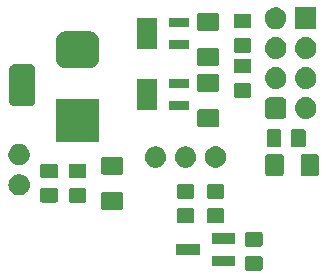
<source format=gbr>
G04 #@! TF.GenerationSoftware,KiCad,Pcbnew,(5.0.2-5)-5*
G04 #@! TF.CreationDate,2019-03-18T15:48:25+01:00*
G04 #@! TF.ProjectId,coffee-notification-button,636f6666-6565-42d6-9e6f-746966696361,00001*
G04 #@! TF.SameCoordinates,Original*
G04 #@! TF.FileFunction,Soldermask,Top*
G04 #@! TF.FilePolarity,Negative*
%FSLAX46Y46*%
G04 Gerber Fmt 4.6, Leading zero omitted, Abs format (unit mm)*
G04 Created by KiCad (PCBNEW (5.0.2-5)-5) date 2019 March 18, Monday 15:48:25*
%MOMM*%
%LPD*%
G01*
G04 APERTURE LIST*
%ADD10C,0.100000*%
G04 APERTURE END LIST*
D10*
G36*
X126877385Y-107646158D02*
X126915072Y-107657591D01*
X126949811Y-107676159D01*
X126980256Y-107701145D01*
X127005242Y-107731590D01*
X127023810Y-107766329D01*
X127035243Y-107804016D01*
X127039708Y-107849354D01*
X127039708Y-108686032D01*
X127035243Y-108731370D01*
X127023810Y-108769057D01*
X127005242Y-108803796D01*
X126980256Y-108834241D01*
X126949811Y-108859227D01*
X126915072Y-108877795D01*
X126877385Y-108889228D01*
X126832047Y-108893693D01*
X125745369Y-108893693D01*
X125700031Y-108889228D01*
X125662344Y-108877795D01*
X125627605Y-108859227D01*
X125597160Y-108834241D01*
X125572174Y-108803796D01*
X125553606Y-108769057D01*
X125542173Y-108731370D01*
X125537708Y-108686032D01*
X125537708Y-107849354D01*
X125542173Y-107804016D01*
X125553606Y-107766329D01*
X125572174Y-107731590D01*
X125597160Y-107701145D01*
X125627605Y-107676159D01*
X125662344Y-107657591D01*
X125700031Y-107646158D01*
X125745369Y-107641693D01*
X126832047Y-107641693D01*
X126877385Y-107646158D01*
X126877385Y-107646158D01*
G37*
G36*
X124725708Y-108516693D02*
X122723708Y-108516693D01*
X122723708Y-107614693D01*
X124725708Y-107614693D01*
X124725708Y-108516693D01*
X124725708Y-108516693D01*
G37*
G36*
X121725708Y-107566693D02*
X119723708Y-107566693D01*
X119723708Y-106664693D01*
X121725708Y-106664693D01*
X121725708Y-107566693D01*
X121725708Y-107566693D01*
G37*
G36*
X126877385Y-105596158D02*
X126915072Y-105607591D01*
X126949811Y-105626159D01*
X126980256Y-105651145D01*
X127005242Y-105681590D01*
X127023810Y-105716329D01*
X127035243Y-105754016D01*
X127039708Y-105799354D01*
X127039708Y-106636032D01*
X127035243Y-106681370D01*
X127023810Y-106719057D01*
X127005242Y-106753796D01*
X126980256Y-106784241D01*
X126949811Y-106809227D01*
X126915072Y-106827795D01*
X126877385Y-106839228D01*
X126832047Y-106843693D01*
X125745369Y-106843693D01*
X125700031Y-106839228D01*
X125662344Y-106827795D01*
X125627605Y-106809227D01*
X125597160Y-106784241D01*
X125572174Y-106753796D01*
X125553606Y-106719057D01*
X125542173Y-106681370D01*
X125537708Y-106636032D01*
X125537708Y-105799354D01*
X125542173Y-105754016D01*
X125553606Y-105716329D01*
X125572174Y-105681590D01*
X125597160Y-105651145D01*
X125627605Y-105626159D01*
X125662344Y-105607591D01*
X125700031Y-105596158D01*
X125745369Y-105591693D01*
X126832047Y-105591693D01*
X126877385Y-105596158D01*
X126877385Y-105596158D01*
G37*
G36*
X124725708Y-106616693D02*
X122723708Y-106616693D01*
X122723708Y-105714693D01*
X124725708Y-105714693D01*
X124725708Y-106616693D01*
X124725708Y-106616693D01*
G37*
G36*
X121106642Y-103600037D02*
X121144329Y-103611470D01*
X121179068Y-103630038D01*
X121209513Y-103655024D01*
X121234499Y-103685469D01*
X121253067Y-103720208D01*
X121264500Y-103757895D01*
X121268965Y-103803233D01*
X121268965Y-104639911D01*
X121264500Y-104685249D01*
X121253067Y-104722936D01*
X121234499Y-104757675D01*
X121209513Y-104788120D01*
X121179068Y-104813106D01*
X121144329Y-104831674D01*
X121106642Y-104843107D01*
X121061304Y-104847572D01*
X119974626Y-104847572D01*
X119929288Y-104843107D01*
X119891601Y-104831674D01*
X119856862Y-104813106D01*
X119826417Y-104788120D01*
X119801431Y-104757675D01*
X119782863Y-104722936D01*
X119771430Y-104685249D01*
X119766965Y-104639911D01*
X119766965Y-103803233D01*
X119771430Y-103757895D01*
X119782863Y-103720208D01*
X119801431Y-103685469D01*
X119826417Y-103655024D01*
X119856862Y-103630038D01*
X119891601Y-103611470D01*
X119929288Y-103600037D01*
X119974626Y-103595572D01*
X121061304Y-103595572D01*
X121106642Y-103600037D01*
X121106642Y-103600037D01*
G37*
G36*
X123646642Y-103600037D02*
X123684329Y-103611470D01*
X123719068Y-103630038D01*
X123749513Y-103655024D01*
X123774499Y-103685469D01*
X123793067Y-103720208D01*
X123804500Y-103757895D01*
X123808965Y-103803233D01*
X123808965Y-104639911D01*
X123804500Y-104685249D01*
X123793067Y-104722936D01*
X123774499Y-104757675D01*
X123749513Y-104788120D01*
X123719068Y-104813106D01*
X123684329Y-104831674D01*
X123646642Y-104843107D01*
X123601304Y-104847572D01*
X122514626Y-104847572D01*
X122469288Y-104843107D01*
X122431601Y-104831674D01*
X122396862Y-104813106D01*
X122366417Y-104788120D01*
X122341431Y-104757675D01*
X122322863Y-104722936D01*
X122311430Y-104685249D01*
X122306965Y-104639911D01*
X122306965Y-103803233D01*
X122311430Y-103757895D01*
X122322863Y-103720208D01*
X122341431Y-103685469D01*
X122366417Y-103655024D01*
X122396862Y-103630038D01*
X122431601Y-103611470D01*
X122469288Y-103600037D01*
X122514626Y-103595572D01*
X123601304Y-103595572D01*
X123646642Y-103600037D01*
X123646642Y-103600037D01*
G37*
G36*
X115075562Y-102201181D02*
X115110477Y-102211773D01*
X115142665Y-102228978D01*
X115170873Y-102252127D01*
X115194022Y-102280335D01*
X115211227Y-102312523D01*
X115221819Y-102347438D01*
X115226000Y-102389895D01*
X115226000Y-103531105D01*
X115221819Y-103573562D01*
X115211227Y-103608477D01*
X115194022Y-103640665D01*
X115170873Y-103668873D01*
X115142665Y-103692022D01*
X115110477Y-103709227D01*
X115075562Y-103719819D01*
X115033105Y-103724000D01*
X113566895Y-103724000D01*
X113524438Y-103719819D01*
X113489523Y-103709227D01*
X113457335Y-103692022D01*
X113429127Y-103668873D01*
X113405978Y-103640665D01*
X113388773Y-103608477D01*
X113378181Y-103573562D01*
X113374000Y-103531105D01*
X113374000Y-102389895D01*
X113378181Y-102347438D01*
X113388773Y-102312523D01*
X113405978Y-102280335D01*
X113429127Y-102252127D01*
X113457335Y-102228978D01*
X113489523Y-102211773D01*
X113524438Y-102201181D01*
X113566895Y-102197000D01*
X115033105Y-102197000D01*
X115075562Y-102201181D01*
X115075562Y-102201181D01*
G37*
G36*
X109554677Y-101876465D02*
X109592364Y-101887898D01*
X109627103Y-101906466D01*
X109657548Y-101931452D01*
X109682534Y-101961897D01*
X109701102Y-101996636D01*
X109712535Y-102034323D01*
X109717000Y-102079661D01*
X109717000Y-102916339D01*
X109712535Y-102961677D01*
X109701102Y-102999364D01*
X109682534Y-103034103D01*
X109657548Y-103064548D01*
X109627103Y-103089534D01*
X109592364Y-103108102D01*
X109554677Y-103119535D01*
X109509339Y-103124000D01*
X108422661Y-103124000D01*
X108377323Y-103119535D01*
X108339636Y-103108102D01*
X108304897Y-103089534D01*
X108274452Y-103064548D01*
X108249466Y-103034103D01*
X108230898Y-102999364D01*
X108219465Y-102961677D01*
X108215000Y-102916339D01*
X108215000Y-102079661D01*
X108219465Y-102034323D01*
X108230898Y-101996636D01*
X108249466Y-101961897D01*
X108274452Y-101931452D01*
X108304897Y-101906466D01*
X108339636Y-101887898D01*
X108377323Y-101876465D01*
X108422661Y-101872000D01*
X109509339Y-101872000D01*
X109554677Y-101876465D01*
X109554677Y-101876465D01*
G37*
G36*
X111967677Y-101876465D02*
X112005364Y-101887898D01*
X112040103Y-101906466D01*
X112070548Y-101931452D01*
X112095534Y-101961897D01*
X112114102Y-101996636D01*
X112125535Y-102034323D01*
X112130000Y-102079661D01*
X112130000Y-102916339D01*
X112125535Y-102961677D01*
X112114102Y-102999364D01*
X112095534Y-103034103D01*
X112070548Y-103064548D01*
X112040103Y-103089534D01*
X112005364Y-103108102D01*
X111967677Y-103119535D01*
X111922339Y-103124000D01*
X110835661Y-103124000D01*
X110790323Y-103119535D01*
X110752636Y-103108102D01*
X110717897Y-103089534D01*
X110687452Y-103064548D01*
X110662466Y-103034103D01*
X110643898Y-102999364D01*
X110632465Y-102961677D01*
X110628000Y-102916339D01*
X110628000Y-102079661D01*
X110632465Y-102034323D01*
X110643898Y-101996636D01*
X110662466Y-101961897D01*
X110687452Y-101931452D01*
X110717897Y-101906466D01*
X110752636Y-101887898D01*
X110790323Y-101876465D01*
X110835661Y-101872000D01*
X111922339Y-101872000D01*
X111967677Y-101876465D01*
X111967677Y-101876465D01*
G37*
G36*
X121106642Y-101550037D02*
X121144329Y-101561470D01*
X121179068Y-101580038D01*
X121209513Y-101605024D01*
X121234499Y-101635469D01*
X121253067Y-101670208D01*
X121264500Y-101707895D01*
X121268965Y-101753233D01*
X121268965Y-102589911D01*
X121264500Y-102635249D01*
X121253067Y-102672936D01*
X121234499Y-102707675D01*
X121209513Y-102738120D01*
X121179068Y-102763106D01*
X121144329Y-102781674D01*
X121106642Y-102793107D01*
X121061304Y-102797572D01*
X119974626Y-102797572D01*
X119929288Y-102793107D01*
X119891601Y-102781674D01*
X119856862Y-102763106D01*
X119826417Y-102738120D01*
X119801431Y-102707675D01*
X119782863Y-102672936D01*
X119771430Y-102635249D01*
X119766965Y-102589911D01*
X119766965Y-101753233D01*
X119771430Y-101707895D01*
X119782863Y-101670208D01*
X119801431Y-101635469D01*
X119826417Y-101605024D01*
X119856862Y-101580038D01*
X119891601Y-101561470D01*
X119929288Y-101550037D01*
X119974626Y-101545572D01*
X121061304Y-101545572D01*
X121106642Y-101550037D01*
X121106642Y-101550037D01*
G37*
G36*
X123646642Y-101550037D02*
X123684329Y-101561470D01*
X123719068Y-101580038D01*
X123749513Y-101605024D01*
X123774499Y-101635469D01*
X123793067Y-101670208D01*
X123804500Y-101707895D01*
X123808965Y-101753233D01*
X123808965Y-102589911D01*
X123804500Y-102635249D01*
X123793067Y-102672936D01*
X123774499Y-102707675D01*
X123749513Y-102738120D01*
X123719068Y-102763106D01*
X123684329Y-102781674D01*
X123646642Y-102793107D01*
X123601304Y-102797572D01*
X122514626Y-102797572D01*
X122469288Y-102793107D01*
X122431601Y-102781674D01*
X122396862Y-102763106D01*
X122366417Y-102738120D01*
X122341431Y-102707675D01*
X122322863Y-102672936D01*
X122311430Y-102635249D01*
X122306965Y-102589911D01*
X122306965Y-101753233D01*
X122311430Y-101707895D01*
X122322863Y-101670208D01*
X122341431Y-101635469D01*
X122366417Y-101605024D01*
X122396862Y-101580038D01*
X122431601Y-101561470D01*
X122469288Y-101550037D01*
X122514626Y-101545572D01*
X123601304Y-101545572D01*
X123646642Y-101550037D01*
X123646642Y-101550037D01*
G37*
G36*
X106519522Y-100703852D02*
X106602627Y-100712037D01*
X106707507Y-100743852D01*
X106772467Y-100763557D01*
X106844064Y-100801827D01*
X106928991Y-100847222D01*
X106957744Y-100870819D01*
X107066186Y-100959814D01*
X107142892Y-101053282D01*
X107178778Y-101097009D01*
X107178779Y-101097011D01*
X107262443Y-101253533D01*
X107262443Y-101253534D01*
X107313963Y-101423373D01*
X107331359Y-101600000D01*
X107313963Y-101776627D01*
X107283445Y-101877230D01*
X107262443Y-101946467D01*
X107215482Y-102034323D01*
X107178778Y-102102991D01*
X107149448Y-102138729D01*
X107066186Y-102240186D01*
X106964729Y-102323448D01*
X106928991Y-102352778D01*
X106928989Y-102352779D01*
X106772467Y-102436443D01*
X106715853Y-102453616D01*
X106602627Y-102487963D01*
X106536442Y-102494482D01*
X106470260Y-102501000D01*
X106381740Y-102501000D01*
X106315558Y-102494482D01*
X106249373Y-102487963D01*
X106136147Y-102453616D01*
X106079533Y-102436443D01*
X105923011Y-102352779D01*
X105923009Y-102352778D01*
X105887271Y-102323448D01*
X105785814Y-102240186D01*
X105702552Y-102138729D01*
X105673222Y-102102991D01*
X105636518Y-102034323D01*
X105589557Y-101946467D01*
X105568555Y-101877230D01*
X105538037Y-101776627D01*
X105520641Y-101600000D01*
X105538037Y-101423373D01*
X105589557Y-101253534D01*
X105589557Y-101253533D01*
X105673221Y-101097011D01*
X105673222Y-101097009D01*
X105709108Y-101053282D01*
X105785814Y-100959814D01*
X105894256Y-100870819D01*
X105923009Y-100847222D01*
X106007936Y-100801827D01*
X106079533Y-100763557D01*
X106144493Y-100743852D01*
X106249373Y-100712037D01*
X106332478Y-100703852D01*
X106381740Y-100699000D01*
X106470260Y-100699000D01*
X106519522Y-100703852D01*
X106519522Y-100703852D01*
G37*
G36*
X111967677Y-99826465D02*
X112005364Y-99837898D01*
X112040103Y-99856466D01*
X112070548Y-99881452D01*
X112095534Y-99911897D01*
X112114102Y-99946636D01*
X112125535Y-99984323D01*
X112130000Y-100029661D01*
X112130000Y-100866339D01*
X112125535Y-100911677D01*
X112114102Y-100949364D01*
X112095534Y-100984103D01*
X112070548Y-101014548D01*
X112040103Y-101039534D01*
X112005364Y-101058102D01*
X111967677Y-101069535D01*
X111922339Y-101074000D01*
X110835661Y-101074000D01*
X110790323Y-101069535D01*
X110752636Y-101058102D01*
X110717897Y-101039534D01*
X110687452Y-101014548D01*
X110662466Y-100984103D01*
X110643898Y-100949364D01*
X110632465Y-100911677D01*
X110628000Y-100866339D01*
X110628000Y-100029661D01*
X110632465Y-99984323D01*
X110643898Y-99946636D01*
X110662466Y-99911897D01*
X110687452Y-99881452D01*
X110717897Y-99856466D01*
X110752636Y-99837898D01*
X110790323Y-99826465D01*
X110835661Y-99822000D01*
X111922339Y-99822000D01*
X111967677Y-99826465D01*
X111967677Y-99826465D01*
G37*
G36*
X109554677Y-99826465D02*
X109592364Y-99837898D01*
X109627103Y-99856466D01*
X109657548Y-99881452D01*
X109682534Y-99911897D01*
X109701102Y-99946636D01*
X109712535Y-99984323D01*
X109717000Y-100029661D01*
X109717000Y-100866339D01*
X109712535Y-100911677D01*
X109701102Y-100949364D01*
X109682534Y-100984103D01*
X109657548Y-101014548D01*
X109627103Y-101039534D01*
X109592364Y-101058102D01*
X109554677Y-101069535D01*
X109509339Y-101074000D01*
X108422661Y-101074000D01*
X108377323Y-101069535D01*
X108339636Y-101058102D01*
X108304897Y-101039534D01*
X108274452Y-101014548D01*
X108249466Y-100984103D01*
X108230898Y-100949364D01*
X108219465Y-100911677D01*
X108215000Y-100866339D01*
X108215000Y-100029661D01*
X108219465Y-99984323D01*
X108230898Y-99946636D01*
X108249466Y-99911897D01*
X108274452Y-99881452D01*
X108304897Y-99856466D01*
X108339636Y-99837898D01*
X108377323Y-99826465D01*
X108422661Y-99822000D01*
X109509339Y-99822000D01*
X109554677Y-99826465D01*
X109554677Y-99826465D01*
G37*
G36*
X128665562Y-99027181D02*
X128700477Y-99037773D01*
X128732665Y-99054978D01*
X128760873Y-99078127D01*
X128784022Y-99106335D01*
X128801227Y-99138523D01*
X128811819Y-99173438D01*
X128816000Y-99215895D01*
X128816000Y-100682105D01*
X128811819Y-100724562D01*
X128801227Y-100759477D01*
X128784022Y-100791665D01*
X128760873Y-100819873D01*
X128732665Y-100843022D01*
X128700477Y-100860227D01*
X128665562Y-100870819D01*
X128623105Y-100875000D01*
X127481895Y-100875000D01*
X127439438Y-100870819D01*
X127404523Y-100860227D01*
X127372335Y-100843022D01*
X127344127Y-100819873D01*
X127320978Y-100791665D01*
X127303773Y-100759477D01*
X127293181Y-100724562D01*
X127289000Y-100682105D01*
X127289000Y-99215895D01*
X127293181Y-99173438D01*
X127303773Y-99138523D01*
X127320978Y-99106335D01*
X127344127Y-99078127D01*
X127372335Y-99054978D01*
X127404523Y-99037773D01*
X127439438Y-99027181D01*
X127481895Y-99023000D01*
X128623105Y-99023000D01*
X128665562Y-99027181D01*
X128665562Y-99027181D01*
G37*
G36*
X131640562Y-99027181D02*
X131675477Y-99037773D01*
X131707665Y-99054978D01*
X131735873Y-99078127D01*
X131759022Y-99106335D01*
X131776227Y-99138523D01*
X131786819Y-99173438D01*
X131791000Y-99215895D01*
X131791000Y-100682105D01*
X131786819Y-100724562D01*
X131776227Y-100759477D01*
X131759022Y-100791665D01*
X131735873Y-100819873D01*
X131707665Y-100843022D01*
X131675477Y-100860227D01*
X131640562Y-100870819D01*
X131598105Y-100875000D01*
X130456895Y-100875000D01*
X130414438Y-100870819D01*
X130379523Y-100860227D01*
X130347335Y-100843022D01*
X130319127Y-100819873D01*
X130295978Y-100791665D01*
X130278773Y-100759477D01*
X130268181Y-100724562D01*
X130264000Y-100682105D01*
X130264000Y-99215895D01*
X130268181Y-99173438D01*
X130278773Y-99138523D01*
X130295978Y-99106335D01*
X130319127Y-99078127D01*
X130347335Y-99054978D01*
X130379523Y-99037773D01*
X130414438Y-99027181D01*
X130456895Y-99023000D01*
X131598105Y-99023000D01*
X131640562Y-99027181D01*
X131640562Y-99027181D01*
G37*
G36*
X115075562Y-99226181D02*
X115110477Y-99236773D01*
X115142665Y-99253978D01*
X115170873Y-99277127D01*
X115194022Y-99305335D01*
X115211227Y-99337523D01*
X115221819Y-99372438D01*
X115226000Y-99414895D01*
X115226000Y-100556105D01*
X115221819Y-100598562D01*
X115211227Y-100633477D01*
X115194022Y-100665665D01*
X115170873Y-100693873D01*
X115142665Y-100717022D01*
X115110477Y-100734227D01*
X115075562Y-100744819D01*
X115033105Y-100749000D01*
X113566895Y-100749000D01*
X113524438Y-100744819D01*
X113489523Y-100734227D01*
X113457335Y-100717022D01*
X113429127Y-100693873D01*
X113405978Y-100665665D01*
X113388773Y-100633477D01*
X113378181Y-100598562D01*
X113374000Y-100556105D01*
X113374000Y-99414895D01*
X113378181Y-99372438D01*
X113388773Y-99337523D01*
X113405978Y-99305335D01*
X113429127Y-99277127D01*
X113457335Y-99253978D01*
X113489523Y-99236773D01*
X113524438Y-99226181D01*
X113566895Y-99222000D01*
X115033105Y-99222000D01*
X115075562Y-99226181D01*
X115075562Y-99226181D01*
G37*
G36*
X120628408Y-98365091D02*
X120694592Y-98371609D01*
X120807818Y-98405956D01*
X120864432Y-98423129D01*
X120981386Y-98485643D01*
X121020956Y-98506794D01*
X121056694Y-98536124D01*
X121158151Y-98619386D01*
X121241413Y-98720843D01*
X121270743Y-98756581D01*
X121270744Y-98756583D01*
X121354408Y-98913105D01*
X121354408Y-98913106D01*
X121405928Y-99082945D01*
X121423324Y-99259572D01*
X121405928Y-99436199D01*
X121379784Y-99522384D01*
X121354408Y-99606039D01*
X121339273Y-99634354D01*
X121270743Y-99762563D01*
X121241413Y-99798301D01*
X121158151Y-99899758D01*
X121085445Y-99959425D01*
X121020956Y-100012350D01*
X121020954Y-100012351D01*
X120864432Y-100096015D01*
X120807818Y-100113188D01*
X120694592Y-100147535D01*
X120628407Y-100154054D01*
X120562225Y-100160572D01*
X120473705Y-100160572D01*
X120407522Y-100154053D01*
X120341338Y-100147535D01*
X120228112Y-100113188D01*
X120171498Y-100096015D01*
X120014976Y-100012351D01*
X120014974Y-100012350D01*
X119950485Y-99959425D01*
X119877779Y-99899758D01*
X119794517Y-99798301D01*
X119765187Y-99762563D01*
X119696657Y-99634354D01*
X119681522Y-99606039D01*
X119656146Y-99522384D01*
X119630002Y-99436199D01*
X119612606Y-99259572D01*
X119630002Y-99082945D01*
X119681522Y-98913106D01*
X119681522Y-98913105D01*
X119765186Y-98756583D01*
X119765187Y-98756581D01*
X119794517Y-98720843D01*
X119877779Y-98619386D01*
X119979236Y-98536124D01*
X120014974Y-98506794D01*
X120054544Y-98485643D01*
X120171498Y-98423129D01*
X120228112Y-98405956D01*
X120341338Y-98371609D01*
X120407522Y-98365091D01*
X120473705Y-98358572D01*
X120562225Y-98358572D01*
X120628408Y-98365091D01*
X120628408Y-98365091D01*
G37*
G36*
X123320777Y-98393196D02*
X123484749Y-98461116D01*
X123632319Y-98559719D01*
X123757818Y-98685218D01*
X123856421Y-98832788D01*
X123924341Y-98996760D01*
X123958965Y-99170831D01*
X123958965Y-99348313D01*
X123924341Y-99522384D01*
X123856421Y-99686356D01*
X123757818Y-99833926D01*
X123632319Y-99959425D01*
X123484749Y-100058028D01*
X123320777Y-100125948D01*
X123146706Y-100160572D01*
X122969224Y-100160572D01*
X122795153Y-100125948D01*
X122631181Y-100058028D01*
X122483611Y-99959425D01*
X122358112Y-99833926D01*
X122259509Y-99686356D01*
X122191589Y-99522384D01*
X122156965Y-99348313D01*
X122156965Y-99170831D01*
X122191589Y-98996760D01*
X122259509Y-98832788D01*
X122358112Y-98685218D01*
X122483611Y-98559719D01*
X122631181Y-98461116D01*
X122795153Y-98393196D01*
X122969224Y-98358572D01*
X123146706Y-98358572D01*
X123320777Y-98393196D01*
X123320777Y-98393196D01*
G37*
G36*
X118088408Y-98365091D02*
X118154592Y-98371609D01*
X118267818Y-98405956D01*
X118324432Y-98423129D01*
X118441386Y-98485643D01*
X118480956Y-98506794D01*
X118516694Y-98536124D01*
X118618151Y-98619386D01*
X118701413Y-98720843D01*
X118730743Y-98756581D01*
X118730744Y-98756583D01*
X118814408Y-98913105D01*
X118814408Y-98913106D01*
X118865928Y-99082945D01*
X118883324Y-99259572D01*
X118865928Y-99436199D01*
X118839784Y-99522384D01*
X118814408Y-99606039D01*
X118799273Y-99634354D01*
X118730743Y-99762563D01*
X118701413Y-99798301D01*
X118618151Y-99899758D01*
X118545445Y-99959425D01*
X118480956Y-100012350D01*
X118480954Y-100012351D01*
X118324432Y-100096015D01*
X118267818Y-100113188D01*
X118154592Y-100147535D01*
X118088407Y-100154054D01*
X118022225Y-100160572D01*
X117933705Y-100160572D01*
X117867522Y-100154053D01*
X117801338Y-100147535D01*
X117688112Y-100113188D01*
X117631498Y-100096015D01*
X117474976Y-100012351D01*
X117474974Y-100012350D01*
X117410485Y-99959425D01*
X117337779Y-99899758D01*
X117254517Y-99798301D01*
X117225187Y-99762563D01*
X117156657Y-99634354D01*
X117141522Y-99606039D01*
X117116146Y-99522384D01*
X117090002Y-99436199D01*
X117072606Y-99259572D01*
X117090002Y-99082945D01*
X117141522Y-98913106D01*
X117141522Y-98913105D01*
X117225186Y-98756583D01*
X117225187Y-98756581D01*
X117254517Y-98720843D01*
X117337779Y-98619386D01*
X117439236Y-98536124D01*
X117474974Y-98506794D01*
X117514544Y-98485643D01*
X117631498Y-98423129D01*
X117688112Y-98405956D01*
X117801338Y-98371609D01*
X117867522Y-98365091D01*
X117933705Y-98358572D01*
X118022225Y-98358572D01*
X118088408Y-98365091D01*
X118088408Y-98365091D01*
G37*
G36*
X106688812Y-98193624D02*
X106852784Y-98261544D01*
X107000354Y-98360147D01*
X107125853Y-98485646D01*
X107224456Y-98633216D01*
X107292376Y-98797188D01*
X107327000Y-98971259D01*
X107327000Y-99148741D01*
X107292376Y-99322812D01*
X107224456Y-99486784D01*
X107125853Y-99634354D01*
X107000354Y-99759853D01*
X106852784Y-99858456D01*
X106688812Y-99926376D01*
X106514741Y-99961000D01*
X106337259Y-99961000D01*
X106163188Y-99926376D01*
X105999216Y-99858456D01*
X105851646Y-99759853D01*
X105726147Y-99634354D01*
X105627544Y-99486784D01*
X105559624Y-99322812D01*
X105525000Y-99148741D01*
X105525000Y-98971259D01*
X105559624Y-98797188D01*
X105627544Y-98633216D01*
X105726147Y-98485646D01*
X105851646Y-98360147D01*
X105999216Y-98261544D01*
X106163188Y-98193624D01*
X106337259Y-98159000D01*
X106514741Y-98159000D01*
X106688812Y-98193624D01*
X106688812Y-98193624D01*
G37*
G36*
X128470677Y-96916465D02*
X128508364Y-96927898D01*
X128543103Y-96946466D01*
X128573548Y-96971452D01*
X128598534Y-97001897D01*
X128617102Y-97036636D01*
X128628535Y-97074323D01*
X128633000Y-97119661D01*
X128633000Y-98206339D01*
X128628535Y-98251677D01*
X128617102Y-98289364D01*
X128598534Y-98324103D01*
X128573548Y-98354548D01*
X128543103Y-98379534D01*
X128508364Y-98398102D01*
X128470677Y-98409535D01*
X128425339Y-98414000D01*
X127588661Y-98414000D01*
X127543323Y-98409535D01*
X127505636Y-98398102D01*
X127470897Y-98379534D01*
X127440452Y-98354548D01*
X127415466Y-98324103D01*
X127396898Y-98289364D01*
X127385465Y-98251677D01*
X127381000Y-98206339D01*
X127381000Y-97119661D01*
X127385465Y-97074323D01*
X127396898Y-97036636D01*
X127415466Y-97001897D01*
X127440452Y-96971452D01*
X127470897Y-96946466D01*
X127505636Y-96927898D01*
X127543323Y-96916465D01*
X127588661Y-96912000D01*
X128425339Y-96912000D01*
X128470677Y-96916465D01*
X128470677Y-96916465D01*
G37*
G36*
X130520677Y-96916465D02*
X130558364Y-96927898D01*
X130593103Y-96946466D01*
X130623548Y-96971452D01*
X130648534Y-97001897D01*
X130667102Y-97036636D01*
X130678535Y-97074323D01*
X130683000Y-97119661D01*
X130683000Y-98206339D01*
X130678535Y-98251677D01*
X130667102Y-98289364D01*
X130648534Y-98324103D01*
X130623548Y-98354548D01*
X130593103Y-98379534D01*
X130558364Y-98398102D01*
X130520677Y-98409535D01*
X130475339Y-98414000D01*
X129638661Y-98414000D01*
X129593323Y-98409535D01*
X129555636Y-98398102D01*
X129520897Y-98379534D01*
X129490452Y-98354548D01*
X129465466Y-98324103D01*
X129446898Y-98289364D01*
X129435465Y-98251677D01*
X129431000Y-98206339D01*
X129431000Y-97119661D01*
X129435465Y-97074323D01*
X129446898Y-97036636D01*
X129465466Y-97001897D01*
X129490452Y-96971452D01*
X129520897Y-96946466D01*
X129555636Y-96927898D01*
X129593323Y-96916465D01*
X129638661Y-96912000D01*
X130475339Y-96912000D01*
X130520677Y-96916465D01*
X130520677Y-96916465D01*
G37*
G36*
X113180000Y-97972000D02*
X109578000Y-97972000D01*
X109578000Y-94370000D01*
X113180000Y-94370000D01*
X113180000Y-97972000D01*
X113180000Y-97972000D01*
G37*
G36*
X123203562Y-95216181D02*
X123238477Y-95226773D01*
X123270665Y-95243978D01*
X123298873Y-95267127D01*
X123322022Y-95295335D01*
X123339227Y-95327523D01*
X123349819Y-95362438D01*
X123354000Y-95404895D01*
X123354000Y-96546105D01*
X123349819Y-96588562D01*
X123339227Y-96623477D01*
X123322022Y-96655665D01*
X123298873Y-96683873D01*
X123270665Y-96707022D01*
X123238477Y-96724227D01*
X123203562Y-96734819D01*
X123161105Y-96739000D01*
X121694895Y-96739000D01*
X121652438Y-96734819D01*
X121617523Y-96724227D01*
X121585335Y-96707022D01*
X121557127Y-96683873D01*
X121533978Y-96655665D01*
X121516773Y-96623477D01*
X121506181Y-96588562D01*
X121502000Y-96546105D01*
X121502000Y-95404895D01*
X121506181Y-95362438D01*
X121516773Y-95327523D01*
X121533978Y-95295335D01*
X121557127Y-95267127D01*
X121585335Y-95243978D01*
X121617523Y-95226773D01*
X121652438Y-95216181D01*
X121694895Y-95212000D01*
X123161105Y-95212000D01*
X123203562Y-95216181D01*
X123203562Y-95216181D01*
G37*
G36*
X128739702Y-94216579D02*
X128813653Y-94239011D01*
X128881804Y-94275439D01*
X128941538Y-94324462D01*
X128990561Y-94384196D01*
X129026989Y-94452347D01*
X129049421Y-94526298D01*
X129057600Y-94609340D01*
X129057600Y-95636660D01*
X129049421Y-95719702D01*
X129026989Y-95793653D01*
X128990561Y-95861804D01*
X128941538Y-95921538D01*
X128881804Y-95970561D01*
X128813653Y-96006989D01*
X128739702Y-96029421D01*
X128656660Y-96037600D01*
X127629340Y-96037600D01*
X127546298Y-96029421D01*
X127472347Y-96006989D01*
X127404196Y-95970561D01*
X127344462Y-95921538D01*
X127295439Y-95861804D01*
X127259011Y-95793653D01*
X127236579Y-95719702D01*
X127228400Y-95636660D01*
X127228400Y-94609340D01*
X127236579Y-94526298D01*
X127259011Y-94452347D01*
X127295439Y-94384196D01*
X127344462Y-94324462D01*
X127404196Y-94275439D01*
X127472347Y-94239011D01*
X127546298Y-94216579D01*
X127629340Y-94208400D01*
X128656660Y-94208400D01*
X128739702Y-94216579D01*
X128739702Y-94216579D01*
G37*
G36*
X130862294Y-94221633D02*
X131034694Y-94273931D01*
X131034696Y-94273932D01*
X131193583Y-94358859D01*
X131332849Y-94473151D01*
X131447141Y-94612417D01*
X131508569Y-94727341D01*
X131532069Y-94771306D01*
X131584367Y-94943706D01*
X131602025Y-95123000D01*
X131584367Y-95302294D01*
X131532069Y-95474694D01*
X131532068Y-95474696D01*
X131447141Y-95633583D01*
X131332849Y-95772849D01*
X131193583Y-95887141D01*
X131056280Y-95960531D01*
X131034694Y-95972069D01*
X130862294Y-96024367D01*
X130727931Y-96037600D01*
X130638069Y-96037600D01*
X130503706Y-96024367D01*
X130331306Y-95972069D01*
X130309720Y-95960531D01*
X130172417Y-95887141D01*
X130033151Y-95772849D01*
X129918859Y-95633583D01*
X129833932Y-95474696D01*
X129833931Y-95474694D01*
X129781633Y-95302294D01*
X129763975Y-95123000D01*
X129781633Y-94943706D01*
X129833931Y-94771306D01*
X129857431Y-94727341D01*
X129918859Y-94612417D01*
X130033151Y-94473151D01*
X130172417Y-94358859D01*
X130331304Y-94273932D01*
X130331306Y-94273931D01*
X130503706Y-94221633D01*
X130638069Y-94208400D01*
X130727931Y-94208400D01*
X130862294Y-94221633D01*
X130862294Y-94221633D01*
G37*
G36*
X118099000Y-95306000D02*
X116437000Y-95306000D01*
X116437000Y-92654000D01*
X118099000Y-92654000D01*
X118099000Y-95306000D01*
X118099000Y-95306000D01*
G37*
G36*
X120799000Y-95306000D02*
X119137000Y-95306000D01*
X119137000Y-94554000D01*
X120799000Y-94554000D01*
X120799000Y-95306000D01*
X120799000Y-95306000D01*
G37*
G36*
X107387084Y-91379970D02*
X107478522Y-91407707D01*
X107562779Y-91452743D01*
X107636640Y-91513360D01*
X107697257Y-91587221D01*
X107742293Y-91671478D01*
X107770030Y-91762916D01*
X107780000Y-91864141D01*
X107780000Y-94477859D01*
X107770030Y-94579084D01*
X107742293Y-94670522D01*
X107697257Y-94754779D01*
X107636640Y-94828640D01*
X107562779Y-94889257D01*
X107478522Y-94934293D01*
X107387084Y-94962030D01*
X107285859Y-94972000D01*
X106072141Y-94972000D01*
X105970916Y-94962030D01*
X105879478Y-94934293D01*
X105795221Y-94889257D01*
X105721360Y-94828640D01*
X105660743Y-94754779D01*
X105615707Y-94670522D01*
X105587970Y-94579084D01*
X105578000Y-94477859D01*
X105578000Y-91864141D01*
X105587970Y-91762916D01*
X105615707Y-91671478D01*
X105660743Y-91587221D01*
X105721360Y-91513360D01*
X105795221Y-91452743D01*
X105879478Y-91407707D01*
X105970916Y-91379970D01*
X106072141Y-91370000D01*
X107285859Y-91370000D01*
X107387084Y-91379970D01*
X107387084Y-91379970D01*
G37*
G36*
X125937677Y-92986465D02*
X125975364Y-92997898D01*
X126010103Y-93016466D01*
X126040548Y-93041452D01*
X126065534Y-93071897D01*
X126084102Y-93106636D01*
X126095535Y-93144323D01*
X126100000Y-93189661D01*
X126100000Y-94026339D01*
X126095535Y-94071677D01*
X126084102Y-94109364D01*
X126065534Y-94144103D01*
X126040548Y-94174548D01*
X126010103Y-94199534D01*
X125975364Y-94218102D01*
X125937677Y-94229535D01*
X125892339Y-94234000D01*
X124805661Y-94234000D01*
X124760323Y-94229535D01*
X124722636Y-94218102D01*
X124687897Y-94199534D01*
X124657452Y-94174548D01*
X124632466Y-94144103D01*
X124613898Y-94109364D01*
X124602465Y-94071677D01*
X124598000Y-94026339D01*
X124598000Y-93189661D01*
X124602465Y-93144323D01*
X124613898Y-93106636D01*
X124632466Y-93071897D01*
X124657452Y-93041452D01*
X124687897Y-93016466D01*
X124722636Y-92997898D01*
X124760323Y-92986465D01*
X124805661Y-92982000D01*
X125892339Y-92982000D01*
X125937677Y-92986465D01*
X125937677Y-92986465D01*
G37*
G36*
X123203562Y-92241181D02*
X123238477Y-92251773D01*
X123270665Y-92268978D01*
X123298873Y-92292127D01*
X123322022Y-92320335D01*
X123339227Y-92352523D01*
X123349819Y-92387438D01*
X123354000Y-92429895D01*
X123354000Y-93571105D01*
X123349819Y-93613562D01*
X123339227Y-93648477D01*
X123322022Y-93680665D01*
X123298873Y-93708873D01*
X123270665Y-93732022D01*
X123238477Y-93749227D01*
X123203562Y-93759819D01*
X123161105Y-93764000D01*
X121694895Y-93764000D01*
X121652438Y-93759819D01*
X121617523Y-93749227D01*
X121585335Y-93732022D01*
X121557127Y-93708873D01*
X121533978Y-93680665D01*
X121516773Y-93648477D01*
X121506181Y-93613562D01*
X121502000Y-93571105D01*
X121502000Y-92429895D01*
X121506181Y-92387438D01*
X121516773Y-92352523D01*
X121533978Y-92320335D01*
X121557127Y-92292127D01*
X121585335Y-92268978D01*
X121617523Y-92251773D01*
X121652438Y-92241181D01*
X121694895Y-92237000D01*
X123161105Y-92237000D01*
X123203562Y-92241181D01*
X123203562Y-92241181D01*
G37*
G36*
X128322294Y-91681633D02*
X128494694Y-91733931D01*
X128494696Y-91733932D01*
X128653583Y-91818859D01*
X128792849Y-91933151D01*
X128907141Y-92072417D01*
X128942266Y-92138131D01*
X128992069Y-92231306D01*
X129044367Y-92403706D01*
X129062025Y-92583000D01*
X129044367Y-92762294D01*
X128992069Y-92934694D01*
X128992068Y-92934696D01*
X128907141Y-93093583D01*
X128792849Y-93232849D01*
X128653583Y-93347141D01*
X128494696Y-93432068D01*
X128494694Y-93432069D01*
X128322294Y-93484367D01*
X128187931Y-93497600D01*
X128098069Y-93497600D01*
X127963706Y-93484367D01*
X127791306Y-93432069D01*
X127791304Y-93432068D01*
X127632417Y-93347141D01*
X127493151Y-93232849D01*
X127378859Y-93093583D01*
X127293932Y-92934696D01*
X127293931Y-92934694D01*
X127241633Y-92762294D01*
X127223975Y-92583000D01*
X127241633Y-92403706D01*
X127293931Y-92231306D01*
X127343734Y-92138131D01*
X127378859Y-92072417D01*
X127493151Y-91933151D01*
X127632417Y-91818859D01*
X127791304Y-91733932D01*
X127791306Y-91733931D01*
X127963706Y-91681633D01*
X128098069Y-91668400D01*
X128187931Y-91668400D01*
X128322294Y-91681633D01*
X128322294Y-91681633D01*
G37*
G36*
X130862294Y-91681633D02*
X131034694Y-91733931D01*
X131034696Y-91733932D01*
X131193583Y-91818859D01*
X131332849Y-91933151D01*
X131447141Y-92072417D01*
X131482266Y-92138131D01*
X131532069Y-92231306D01*
X131584367Y-92403706D01*
X131602025Y-92583000D01*
X131584367Y-92762294D01*
X131532069Y-92934694D01*
X131532068Y-92934696D01*
X131447141Y-93093583D01*
X131332849Y-93232849D01*
X131193583Y-93347141D01*
X131034696Y-93432068D01*
X131034694Y-93432069D01*
X130862294Y-93484367D01*
X130727931Y-93497600D01*
X130638069Y-93497600D01*
X130503706Y-93484367D01*
X130331306Y-93432069D01*
X130331304Y-93432068D01*
X130172417Y-93347141D01*
X130033151Y-93232849D01*
X129918859Y-93093583D01*
X129833932Y-92934696D01*
X129833931Y-92934694D01*
X129781633Y-92762294D01*
X129763975Y-92583000D01*
X129781633Y-92403706D01*
X129833931Y-92231306D01*
X129883734Y-92138131D01*
X129918859Y-92072417D01*
X130033151Y-91933151D01*
X130172417Y-91818859D01*
X130331304Y-91733932D01*
X130331306Y-91733931D01*
X130503706Y-91681633D01*
X130638069Y-91668400D01*
X130727931Y-91668400D01*
X130862294Y-91681633D01*
X130862294Y-91681633D01*
G37*
G36*
X120799000Y-93406000D02*
X119137000Y-93406000D01*
X119137000Y-92654000D01*
X120799000Y-92654000D01*
X120799000Y-93406000D01*
X120799000Y-93406000D01*
G37*
G36*
X125937677Y-90936465D02*
X125975364Y-90947898D01*
X126010103Y-90966466D01*
X126040548Y-90991452D01*
X126065534Y-91021897D01*
X126084102Y-91056636D01*
X126095535Y-91094323D01*
X126100000Y-91139661D01*
X126100000Y-91976339D01*
X126095535Y-92021677D01*
X126084102Y-92059364D01*
X126065534Y-92094103D01*
X126040548Y-92124548D01*
X126010103Y-92149534D01*
X125975364Y-92168102D01*
X125937677Y-92179535D01*
X125892339Y-92184000D01*
X124805661Y-92184000D01*
X124760323Y-92179535D01*
X124722636Y-92168102D01*
X124687897Y-92149534D01*
X124657452Y-92124548D01*
X124632466Y-92094103D01*
X124613898Y-92059364D01*
X124602465Y-92021677D01*
X124598000Y-91976339D01*
X124598000Y-91139661D01*
X124602465Y-91094323D01*
X124613898Y-91056636D01*
X124632466Y-91021897D01*
X124657452Y-90991452D01*
X124687897Y-90966466D01*
X124722636Y-90947898D01*
X124760323Y-90936465D01*
X124805661Y-90932000D01*
X125892339Y-90932000D01*
X125937677Y-90936465D01*
X125937677Y-90936465D01*
G37*
G36*
X112605978Y-88634293D02*
X112739627Y-88674835D01*
X112862782Y-88740662D01*
X112970739Y-88829261D01*
X113059338Y-88937218D01*
X113125165Y-89060373D01*
X113165707Y-89194022D01*
X113180000Y-89339140D01*
X113180000Y-91002860D01*
X113165707Y-91147978D01*
X113125165Y-91281627D01*
X113059338Y-91404782D01*
X112970739Y-91512739D01*
X112862782Y-91601338D01*
X112739627Y-91667165D01*
X112605978Y-91707707D01*
X112460860Y-91722000D01*
X110297140Y-91722000D01*
X110152022Y-91707707D01*
X110018373Y-91667165D01*
X109895218Y-91601338D01*
X109787261Y-91512739D01*
X109698662Y-91404782D01*
X109632835Y-91281627D01*
X109592293Y-91147978D01*
X109578000Y-91002860D01*
X109578000Y-89339140D01*
X109592293Y-89194022D01*
X109632835Y-89060373D01*
X109698662Y-88937218D01*
X109787261Y-88829261D01*
X109895218Y-88740662D01*
X110018373Y-88674835D01*
X110152022Y-88634293D01*
X110297140Y-88620000D01*
X112460860Y-88620000D01*
X112605978Y-88634293D01*
X112605978Y-88634293D01*
G37*
G36*
X123180337Y-90039696D02*
X123215252Y-90050288D01*
X123247440Y-90067493D01*
X123275648Y-90090642D01*
X123298797Y-90118850D01*
X123316002Y-90151038D01*
X123326594Y-90185953D01*
X123330775Y-90228410D01*
X123330775Y-91369620D01*
X123326594Y-91412077D01*
X123316002Y-91446992D01*
X123298797Y-91479180D01*
X123275648Y-91507388D01*
X123247440Y-91530537D01*
X123215252Y-91547742D01*
X123180337Y-91558334D01*
X123137880Y-91562515D01*
X121671670Y-91562515D01*
X121629213Y-91558334D01*
X121594298Y-91547742D01*
X121562110Y-91530537D01*
X121533902Y-91507388D01*
X121510753Y-91479180D01*
X121493548Y-91446992D01*
X121482956Y-91412077D01*
X121478775Y-91369620D01*
X121478775Y-90228410D01*
X121482956Y-90185953D01*
X121493548Y-90151038D01*
X121510753Y-90118850D01*
X121533902Y-90090642D01*
X121562110Y-90067493D01*
X121594298Y-90050288D01*
X121629213Y-90039696D01*
X121671670Y-90035515D01*
X123137880Y-90035515D01*
X123180337Y-90039696D01*
X123180337Y-90039696D01*
G37*
G36*
X128322294Y-89141633D02*
X128494694Y-89193931D01*
X128494696Y-89193932D01*
X128653583Y-89278859D01*
X128675244Y-89296636D01*
X128792849Y-89393151D01*
X128907140Y-89532416D01*
X128992069Y-89691306D01*
X129044367Y-89863706D01*
X129062025Y-90043000D01*
X129044367Y-90222294D01*
X128997093Y-90378131D01*
X128992068Y-90394696D01*
X128907141Y-90553583D01*
X128792849Y-90692849D01*
X128653583Y-90807141D01*
X128494696Y-90892068D01*
X128494694Y-90892069D01*
X128322294Y-90944367D01*
X128187931Y-90957600D01*
X128098069Y-90957600D01*
X127963706Y-90944367D01*
X127791306Y-90892069D01*
X127791304Y-90892068D01*
X127632417Y-90807141D01*
X127493151Y-90692849D01*
X127378859Y-90553583D01*
X127293932Y-90394696D01*
X127288907Y-90378131D01*
X127241633Y-90222294D01*
X127223975Y-90043000D01*
X127241633Y-89863706D01*
X127293931Y-89691306D01*
X127378860Y-89532416D01*
X127493151Y-89393151D01*
X127610756Y-89296636D01*
X127632417Y-89278859D01*
X127791304Y-89193932D01*
X127791306Y-89193931D01*
X127963706Y-89141633D01*
X128098069Y-89128400D01*
X128187931Y-89128400D01*
X128322294Y-89141633D01*
X128322294Y-89141633D01*
G37*
G36*
X130862294Y-89141633D02*
X131034694Y-89193931D01*
X131034696Y-89193932D01*
X131193583Y-89278859D01*
X131215244Y-89296636D01*
X131332849Y-89393151D01*
X131447140Y-89532416D01*
X131532069Y-89691306D01*
X131584367Y-89863706D01*
X131602025Y-90043000D01*
X131584367Y-90222294D01*
X131537093Y-90378131D01*
X131532068Y-90394696D01*
X131447141Y-90553583D01*
X131332849Y-90692849D01*
X131193583Y-90807141D01*
X131034696Y-90892068D01*
X131034694Y-90892069D01*
X130862294Y-90944367D01*
X130727931Y-90957600D01*
X130638069Y-90957600D01*
X130503706Y-90944367D01*
X130331306Y-90892069D01*
X130331304Y-90892068D01*
X130172417Y-90807141D01*
X130033151Y-90692849D01*
X129918859Y-90553583D01*
X129833932Y-90394696D01*
X129828907Y-90378131D01*
X129781633Y-90222294D01*
X129763975Y-90043000D01*
X129781633Y-89863706D01*
X129833931Y-89691306D01*
X129918860Y-89532416D01*
X130033151Y-89393151D01*
X130150756Y-89296636D01*
X130172417Y-89278859D01*
X130331304Y-89193932D01*
X130331306Y-89193931D01*
X130503706Y-89141633D01*
X130638069Y-89128400D01*
X130727931Y-89128400D01*
X130862294Y-89141633D01*
X130862294Y-89141633D01*
G37*
G36*
X125937677Y-89176465D02*
X125975364Y-89187898D01*
X126010103Y-89206466D01*
X126040548Y-89231452D01*
X126065534Y-89261897D01*
X126084102Y-89296636D01*
X126095535Y-89334323D01*
X126100000Y-89379661D01*
X126100000Y-90216339D01*
X126095535Y-90261677D01*
X126084102Y-90299364D01*
X126065534Y-90334103D01*
X126040548Y-90364548D01*
X126010103Y-90389534D01*
X125975364Y-90408102D01*
X125937677Y-90419535D01*
X125892339Y-90424000D01*
X124805661Y-90424000D01*
X124760323Y-90419535D01*
X124722636Y-90408102D01*
X124687897Y-90389534D01*
X124657452Y-90364548D01*
X124632466Y-90334103D01*
X124613898Y-90299364D01*
X124602465Y-90261677D01*
X124598000Y-90216339D01*
X124598000Y-89379661D01*
X124602465Y-89334323D01*
X124613898Y-89296636D01*
X124632466Y-89261897D01*
X124657452Y-89231452D01*
X124687897Y-89206466D01*
X124722636Y-89187898D01*
X124760323Y-89176465D01*
X124805661Y-89172000D01*
X125892339Y-89172000D01*
X125937677Y-89176465D01*
X125937677Y-89176465D01*
G37*
G36*
X118075775Y-90129515D02*
X116413775Y-90129515D01*
X116413775Y-87477515D01*
X118075775Y-87477515D01*
X118075775Y-90129515D01*
X118075775Y-90129515D01*
G37*
G36*
X120775775Y-90129515D02*
X119113775Y-90129515D01*
X119113775Y-89377515D01*
X120775775Y-89377515D01*
X120775775Y-90129515D01*
X120775775Y-90129515D01*
G37*
G36*
X123180337Y-87064696D02*
X123215252Y-87075288D01*
X123247440Y-87092493D01*
X123275648Y-87115642D01*
X123298797Y-87143850D01*
X123316002Y-87176038D01*
X123326594Y-87210953D01*
X123330775Y-87253410D01*
X123330775Y-88394620D01*
X123326594Y-88437077D01*
X123316002Y-88471992D01*
X123298797Y-88504180D01*
X123275648Y-88532388D01*
X123247440Y-88555537D01*
X123215252Y-88572742D01*
X123180337Y-88583334D01*
X123137880Y-88587515D01*
X121671670Y-88587515D01*
X121629213Y-88583334D01*
X121594298Y-88572742D01*
X121562110Y-88555537D01*
X121533902Y-88532388D01*
X121510753Y-88504180D01*
X121493548Y-88471992D01*
X121482956Y-88437077D01*
X121478775Y-88394620D01*
X121478775Y-87253410D01*
X121482956Y-87210953D01*
X121493548Y-87176038D01*
X121510753Y-87143850D01*
X121533902Y-87115642D01*
X121562110Y-87092493D01*
X121594298Y-87075288D01*
X121629213Y-87064696D01*
X121671670Y-87060515D01*
X123137880Y-87060515D01*
X123180337Y-87064696D01*
X123180337Y-87064696D01*
G37*
G36*
X128409776Y-86623547D02*
X128409778Y-86623548D01*
X128409779Y-86623548D01*
X128576225Y-86692492D01*
X128576226Y-86692493D01*
X128726026Y-86792586D01*
X128853414Y-86919974D01*
X128853416Y-86919977D01*
X128953508Y-87069775D01*
X129018173Y-87225891D01*
X129022453Y-87236224D01*
X129033153Y-87290017D01*
X129057600Y-87412920D01*
X129057600Y-87593080D01*
X129022452Y-87769779D01*
X128953508Y-87936225D01*
X128953507Y-87936226D01*
X128853414Y-88086026D01*
X128726026Y-88213414D01*
X128726023Y-88213416D01*
X128576225Y-88313508D01*
X128409779Y-88382452D01*
X128409778Y-88382452D01*
X128409776Y-88382453D01*
X128233082Y-88417600D01*
X128052918Y-88417600D01*
X127876224Y-88382453D01*
X127876222Y-88382452D01*
X127876221Y-88382452D01*
X127709775Y-88313508D01*
X127559977Y-88213416D01*
X127559974Y-88213414D01*
X127432586Y-88086026D01*
X127332493Y-87936226D01*
X127332492Y-87936225D01*
X127263548Y-87769779D01*
X127228400Y-87593080D01*
X127228400Y-87412920D01*
X127252847Y-87290017D01*
X127263547Y-87236224D01*
X127267827Y-87225891D01*
X127332492Y-87069775D01*
X127432584Y-86919977D01*
X127432586Y-86919974D01*
X127559974Y-86792586D01*
X127709774Y-86692493D01*
X127709775Y-86692492D01*
X127876221Y-86623548D01*
X127876222Y-86623548D01*
X127876224Y-86623547D01*
X128052918Y-86588400D01*
X128233082Y-86588400D01*
X128409776Y-86623547D01*
X128409776Y-86623547D01*
G37*
G36*
X131597600Y-88417600D02*
X129768400Y-88417600D01*
X129768400Y-86588400D01*
X131597600Y-86588400D01*
X131597600Y-88417600D01*
X131597600Y-88417600D01*
G37*
G36*
X125937677Y-87126465D02*
X125975364Y-87137898D01*
X126010103Y-87156466D01*
X126040548Y-87181452D01*
X126065534Y-87211897D01*
X126084102Y-87246636D01*
X126095535Y-87284323D01*
X126100000Y-87329661D01*
X126100000Y-88166339D01*
X126095535Y-88211677D01*
X126084102Y-88249364D01*
X126065534Y-88284103D01*
X126040548Y-88314548D01*
X126010103Y-88339534D01*
X125975364Y-88358102D01*
X125937677Y-88369535D01*
X125892339Y-88374000D01*
X124805661Y-88374000D01*
X124760323Y-88369535D01*
X124722636Y-88358102D01*
X124687897Y-88339534D01*
X124657452Y-88314548D01*
X124632466Y-88284103D01*
X124613898Y-88249364D01*
X124602465Y-88211677D01*
X124598000Y-88166339D01*
X124598000Y-87329661D01*
X124602465Y-87284323D01*
X124613898Y-87246636D01*
X124632466Y-87211897D01*
X124657452Y-87181452D01*
X124687897Y-87156466D01*
X124722636Y-87137898D01*
X124760323Y-87126465D01*
X124805661Y-87122000D01*
X125892339Y-87122000D01*
X125937677Y-87126465D01*
X125937677Y-87126465D01*
G37*
G36*
X120775775Y-88229515D02*
X119113775Y-88229515D01*
X119113775Y-87477515D01*
X120775775Y-87477515D01*
X120775775Y-88229515D01*
X120775775Y-88229515D01*
G37*
M02*

</source>
